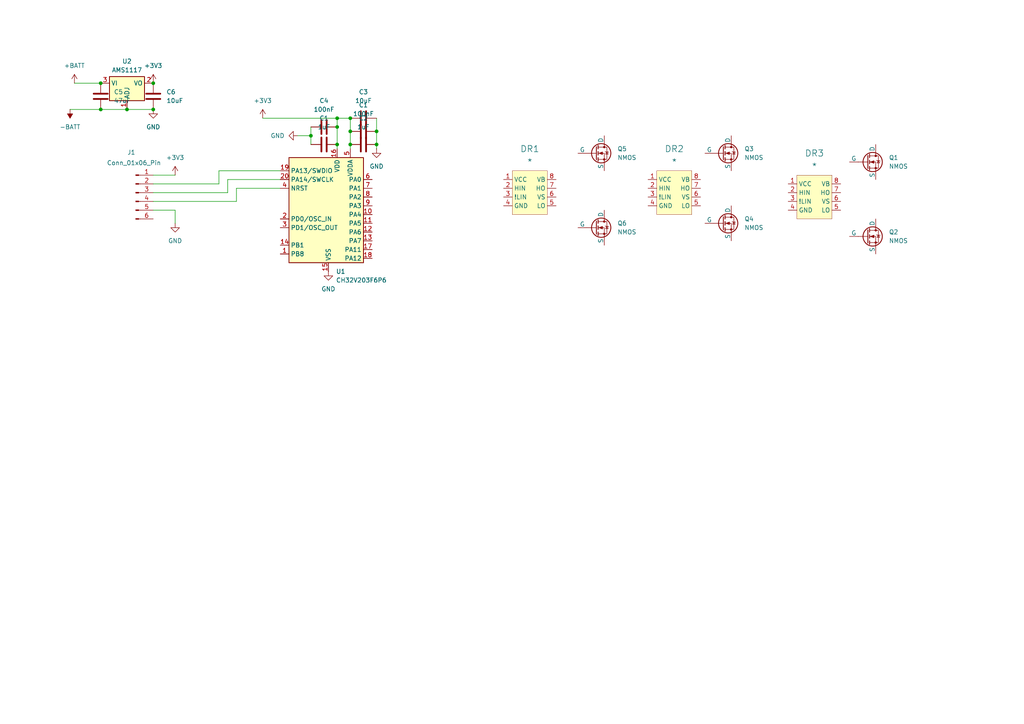
<source format=kicad_sch>
(kicad_sch (version 20231120) (generator "eeschema") (generator_version "8.0")
  (paper "A4")
  (lib_symbols
    (symbol "CH32V203F6P6:CH32V003FxPx"
      (property "Reference" "U1" (at 3.4641 -19.05 0))
      (property "Value" "CH32V203F6P6" (at 3.4641 -21.59 0))
      (symbol "CH32V003FxPx_1_1"
        (rectangle (start -10.16 13.97) (end 11.43 -16.51) (stroke (width 0.254)) (fill (type background)))
        (pin bidirectional line (at -12.7 -13.97 0) (length 2.54) (name "PB8") (number "1"))
        (pin bidirectional line (at 13.97 -2.54 180) (length 2.54) (name "PA4") (number "10"))
        (pin bidirectional line (at 13.97 -5.08 180) (length 2.54) (name "PA5") (number "11"))
        (pin bidirectional line (at 13.97 -7.62 180) (length 2.54) (name "PA6") (number "12"))
        (pin bidirectional line (at 13.97 -10.16 180) (length 2.54) (name "PA7") (number "13"))
        (pin bidirectional line (at -12.7 -11.43 0) (length 2.54) (name "PB1") (number "14"))
        (pin bidirectional line (at 1.27 -19.05 90) (length 2.54) (name "VSS") (number "15"))
        (pin bidirectional line (at 3.81 16.51 270) (length 2.54) (name "VDD") (number "16"))
        (pin bidirectional line (at 13.97 -12.7 180) (length 2.54) (name "PA11") (number "17"))
        (pin bidirectional line (at 13.97 -15.24 180) (length 2.54) (name "PA12") (number "18"))
        (pin bidirectional line (at -12.7 10.16 0) (length 2.54) (name "PA13/SWDIO") (number "19"))
        (pin bidirectional line (at -12.7 -3.81 0) (length 2.54) (name "PD0/OSC_IN") (number "2"))
        (pin bidirectional line (at -12.7 7.62 0) (length 2.54) (name "PA14/SWCLK") (number "20"))
        (pin bidirectional line (at -12.7 -6.35 0) (length 2.54) (name "PD1/OSC_OUT") (number "3"))
        (pin bidirectional line (at -12.7 5.08 0) (length 2.54) (name "NRST") (number "4"))
        (pin bidirectional line (at 7.62 16.51 270) (length 2.54) (name "VDDA") (number "5"))
        (pin bidirectional line (at 13.97 7.62 180) (length 2.54) (name "PA0") (number "6"))
        (pin power_in line (at 13.97 5.08 180) (length 2.54) (name "PA1") (number "7"))
        (pin bidirectional line (at 13.97 2.54 180) (length 2.54) (name "PA2") (number "8"))
        (pin power_in line (at 13.97 0 180) (length 2.54) (name "PA3") (number "9"))
      )
    )
    (symbol "Connector:Conn_01x06_Pin" (pin_names (offset 1.016) hide)
      (property "Reference" "J" (at 0 7.62 0))
      (property "Value" "Conn_01x06_Pin" (at 0 -10.16 0))
      (symbol "Conn_01x06_Pin_1_1"
        (polyline (pts (xy 1.27 -7.62) (xy 0.8636 -7.62)) (stroke (width 0.1524)))
        (polyline (pts (xy 1.27 -5.08) (xy 0.8636 -5.08)) (stroke (width 0.1524)))
        (polyline (pts (xy 1.27 -2.54) (xy 0.8636 -2.54)) (stroke (width 0.1524)))
        (polyline (pts (xy 1.27 0) (xy 0.8636 0)) (stroke (width 0.1524)))
        (polyline (pts (xy 1.27 2.54) (xy 0.8636 2.54)) (stroke (width 0.1524)))
        (polyline (pts (xy 1.27 5.08) (xy 0.8636 5.08)) (stroke (width 0.1524)))
        (rectangle (start 0.8636 -7.493) (end 0 -7.747) (stroke (width 0.1524)) (fill (type outline)))
        (rectangle (start 0.8636 -4.953) (end 0 -5.207) (stroke (width 0.1524)) (fill (type outline)))
        (rectangle (start 0.8636 -2.413) (end 0 -2.667) (stroke (width 0.1524)) (fill (type outline)))
        (rectangle (start 0.8636 0.127) (end 0 -0.127) (stroke (width 0.1524)) (fill (type outline)))
        (rectangle (start 0.8636 2.667) (end 0 2.413) (stroke (width 0.1524)) (fill (type outline)))
        (rectangle (start 0.8636 5.207) (end 0 4.953) (stroke (width 0.1524)) (fill (type outline)))
        (pin passive line (at 5.08 5.08 180) (length 3.81) (name "Pin_1") (number "1"))
        (pin passive line (at 5.08 2.54 180) (length 3.81) (name "Pin_2") (number "2"))
        (pin passive line (at 5.08 0 180) (length 3.81) (name "Pin_3") (number "3"))
        (pin passive line (at 5.08 -2.54 180) (length 3.81) (name "Pin_4") (number "4"))
        (pin passive line (at 5.08 -5.08 180) (length 3.81) (name "Pin_5") (number "5"))
        (pin passive line (at 5.08 -7.62 180) (length 3.81) (name "Pin_6") (number "6"))
      )
    )
    (symbol "Device:C" (pin_numbers hide) (pin_names (offset 0.254))
      (property "Reference" "C" (at 0.635 2.54 0))
      (property "Value" "C" (at 0.635 -2.54 0))
      (symbol "C_0_1"
        (polyline (pts (xy -2.032 -0.762) (xy 2.032 -0.762)) (stroke (width 0.508)))
        (polyline (pts (xy -2.032 0.762) (xy 2.032 0.762)) (stroke (width 0.508)))
      )
      (symbol "C_1_1"
        (pin passive line (at 0 3.81 270) (length 2.794) (name "~") (number "1"))
        (pin passive line (at 0 -3.81 90) (length 2.794) (name "~") (number "2"))
      )
    )
    (symbol "GR3115_1"
      (property "Reference" "DR1" (at 0 11.43 0))
      (property "Value" "*" (at 0 7.62 0))
      (symbol "GR3115_1_1_0"
        (rectangle (start 5.08 5.08) (end -5.08 -7.62) (stroke (width 0.0254) (color 128 0 0 1)) (fill (type background)))
        (pin passive line (at -7.62 2.54 0) (length 2.54) (name "VCC") (number "1"))
        (pin passive line (at -7.62 0 0) (length 2.54) (name "HIN") (number "2"))
        (pin passive line (at -7.62 -2.54 0) (length 2.54) (name "!LIN") (number "3"))
        (pin passive line (at -7.62 -5.08 0) (length 2.54) (name "GND") (number "4"))
        (pin passive line (at 7.62 -5.08 180) (length 2.54) (name "LO") (number "5"))
        (pin passive line (at 7.62 -2.54 180) (length 2.54) (name "VS") (number "6"))
        (pin passive line (at 7.62 0 180) (length 2.54) (name "HO") (number "7"))
        (pin passive line (at 7.62 2.54 180) (length 2.54) (name "VB") (number "8"))
      )
    )
    (symbol "Regulator_Linear:AMS1117"
      (property "Reference" "U" (at -3.81 3.175 0))
      (property "Value" "AMS1117" (at 0 3.175 0))
      (symbol "AMS1117_0_1"
        (rectangle (start -5.08 -5.08) (end 5.08 1.905) (stroke (width 0.254)) (fill (type background)))
      )
      (symbol "AMS1117_1_1"
        (pin input line (at 0 -7.62 90) (length 2.54) (name "ADJ") (number "1"))
        (pin power_out line (at 7.62 0 180) (length 2.54) (name "VO") (number "2"))
        (pin power_in line (at -7.62 0 0) (length 2.54) (name "VI") (number "3"))
      )
    )
    (symbol "Simulation_SPICE:NMOS" (pin_numbers hide) (pin_names (offset 0))
      (property "Reference" "Q" (at 5.08 1.27 0))
      (property "Value" "NMOS" (at 5.08 -1.27 0))
      (symbol "NMOS_0_1"
        (polyline (pts (xy 0.254 0) (xy -2.54 0)))
        (polyline (pts (xy 0.254 1.905) (xy 0.254 -1.905)) (stroke (width 0.254)))
        (polyline (pts (xy 0.762 -1.27) (xy 0.762 -2.286)) (stroke (width 0.254)))
        (polyline (pts (xy 0.762 0.508) (xy 0.762 -0.508)) (stroke (width 0.254)))
        (polyline (pts (xy 0.762 2.286) (xy 0.762 1.27)) (stroke (width 0.254)))
        (polyline (pts (xy 2.54 2.54) (xy 2.54 1.778)))
        (polyline (pts (xy 2.54 -2.54) (xy 2.54 0) (xy 0.762 0)))
        (polyline (pts (xy 0.762 -1.778) (xy 3.302 -1.778) (xy 3.302 1.778) (xy 0.762 1.778)))
        (polyline (pts (xy 1.016 0) (xy 2.032 0.381) (xy 2.032 -0.381) (xy 1.016 0)) (fill (type outline)))
        (polyline (pts (xy 2.794 0.508) (xy 2.921 0.381) (xy 3.683 0.381) (xy 3.81 0.254)))
        (polyline (pts (xy 3.302 0.381) (xy 2.921 -0.254) (xy 3.683 -0.254) (xy 3.302 0.381)))
        (circle (center 1.651 0) (radius 2.794) (stroke (width 0.254)))
        (circle (center 2.54 -1.778) (radius 0.254) (fill (type outline)))
        (circle (center 2.54 1.778) (radius 0.254) (fill (type outline)))
      )
      (symbol "NMOS_1_1"
        (pin passive line (at 2.54 5.08 270) (length 2.54) (name "D") (number "1"))
        (pin input line (at -5.08 0 0) (length 2.54) (name "G") (number "2"))
        (pin passive line (at 2.54 -5.08 90) (length 2.54) (name "S") (number "3"))
      )
    )
    (symbol "power:+3V3" (power) (pin_numbers hide) (pin_names (offset 0) hide)
      (property "Value" "+3V3" (at 0 3.556 0))
      (symbol "+3V3_0_1"
        (polyline (pts (xy -0.762 1.27) (xy 0 2.54)))
        (polyline (pts (xy 0 0) (xy 0 2.54)))
        (polyline (pts (xy 0 2.54) (xy 0.762 1.27)))
      )
      (symbol "+3V3_1_1"
        (pin power_in line (at 0 0 90) (length 0) (name "~") (number "1"))
      )
    )
    (symbol "power:+BATT" (power) (pin_numbers hide) (pin_names (offset 0) hide)
      (property "Value" "+BATT" (at 0 3.556 0))
      (symbol "+BATT_0_1"
        (polyline (pts (xy -0.762 1.27) (xy 0 2.54)))
        (polyline (pts (xy 0 0) (xy 0 2.54)))
        (polyline (pts (xy 0 2.54) (xy 0.762 1.27)))
      )
      (symbol "+BATT_1_1"
        (pin power_in line (at 0 0 90) (length 0) (name "~") (number "1"))
      )
    )
    (symbol "power:-BATT" (power) (pin_numbers hide) (pin_names (offset 0) hide)
      (property "Value" "-BATT" (at 0 3.556 0))
      (symbol "-BATT_0_1"
        (polyline (pts (xy 0 0) (xy 0 2.54)))
        (polyline (pts (xy 0.762 1.27) (xy -0.762 1.27) (xy 0 2.54) (xy 0.762 1.27)) (fill (type outline)))
      )
      (symbol "-BATT_1_1"
        (pin power_in line (at 0 0 90) (length 0) (name "~") (number "1"))
      )
    )
    (symbol "power:GND" (power) (pin_numbers hide) (pin_names (offset 0) hide)
      (property "Value" "GND" (at 0 -3.81 0))
      (symbol "GND_0_1"
        (polyline (pts (xy 0 0) (xy 0 -1.27) (xy 1.27 -1.27) (xy 0 -2.54) (xy -1.27 -1.27) (xy 0 -1.27)))
      )
      (symbol "GND_1_1"
        (pin power_in line (at 0 0 270) (length 0) (name "~") (number "1"))
      )
    )
  )
  (junction (at 36.83 31.75))
  (junction (at 101.6 34.29))
  (junction (at 97.79 36.83))
  (junction (at 101.6 41.91))
  (junction (at 44.45 31.75))
  (junction (at 97.79 34.29))
  (junction (at 109.22 38.1))
  (junction (at 101.6 38.1))
  (junction (at 29.21 31.75))
  (junction (at 97.79 41.91))
  (junction (at 44.45 24.13))
  (junction (at 90.17 39.37))
  (junction (at 29.21 24.13))
  (junction (at 109.22 41.91))
  (wire (pts (xy 44.45 50.8) (xy 50.8 50.8)))
  (wire (pts (xy 63.5 49.53) (xy 81.28 49.53)))
  (wire (pts (xy 44.45 53.34) (xy 63.5 53.34)))
  (wire (pts (xy 29.21 31.75) (xy 36.83 31.75)))
  (wire (pts (xy 109.22 38.1) (xy 109.22 41.91)))
  (wire (pts (xy 97.79 34.29) (xy 97.79 36.83)))
  (wire (pts (xy 20.32 31.75) (xy 29.21 31.75)))
  (wire (pts (xy 90.17 41.91) (xy 90.17 39.37)))
  (wire (pts (xy 101.6 38.1) (xy 101.6 41.91)))
  (wire (pts (xy 97.79 41.91) (xy 97.79 43.18)))
  (wire (pts (xy 109.22 43.18) (xy 109.22 41.91)))
  (wire (pts (xy 68.58 58.42) (xy 68.58 54.61)))
  (wire (pts (xy 44.45 58.42) (xy 68.58 58.42)))
  (wire (pts (xy 97.79 36.83) (xy 97.79 41.91)))
  (wire (pts (xy 97.79 34.29) (xy 101.6 34.29)))
  (wire (pts (xy 90.17 36.83) (xy 90.17 39.37)))
  (wire (pts (xy 21.59 24.13) (xy 29.21 24.13)))
  (wire (pts (xy 109.22 34.29) (xy 109.22 38.1)))
  (wire (pts (xy 50.8 64.77) (xy 50.8 60.96)))
  (wire (pts (xy 81.28 52.07) (xy 66.04 52.07)))
  (wire (pts (xy 101.6 41.91) (xy 101.6 43.18)))
  (wire (pts (xy 36.83 31.75) (xy 44.45 31.75)))
  (wire (pts (xy 66.04 55.88) (xy 44.45 55.88)))
  (wire (pts (xy 68.58 54.61) (xy 81.28 54.61)))
  (wire (pts (xy 66.04 52.07) (xy 66.04 55.88)))
  (wire (pts (xy 76.2 34.29) (xy 97.79 34.29)))
  (wire (pts (xy 90.17 39.37) (xy 86.36 39.37)))
  (wire (pts (xy 101.6 34.29) (xy 101.6 38.1)))
  (wire (pts (xy 63.5 53.34) (xy 63.5 49.53)))
  (wire (pts (xy 50.8 60.96) (xy 44.45 60.96)))
  (symbol (lib_id "Simulation_SPICE:NMOS") (at 209.55 44.45 0) (unit 1)
    (property "Reference" "Q3" (at 215.9 43.1799 0) (effects (justify left)))
    (property "Value" "NMOS" (at 215.9 45.7199 0) (effects (justify left)))
    (property "Datasheet" "https://ngspice.sourceforge.io/docs/ngspice-html-manual/manual.xhtml#cha_MOSFETs" (effects (hide yes)))
    (property "Description" "N-MOSFET transistor, drain/source/gate" (effects (hide yes)))
    (property "Sim.Device" "NMOS" (effects (hide yes)))
    (property "Sim.Type" "VDMOS" (effects (hide yes)))
    (property "Sim.Pins" "1=D 2=G 3=S" (effects (hide yes)))
  )
  (symbol (lib_id "power:-BATT") (at 20.32 31.75 180) (unit 1)
    (property "Reference" "#PWR08" (effects (hide yes)))
    (property "Value" "-BATT" (at 20.32 36.83 0))
    (property "Description" "Power symbol creates a global label with name \"-BATT\"" (effects (hide yes)))
  )
  (symbol (lib_id "Simulation_SPICE:NMOS") (at 209.55 64.77 0) (unit 1)
    (property "Reference" "Q4" (at 215.9 63.4999 0) (effects (justify left)))
    (property "Value" "NMOS" (at 215.9 66.0399 0) (effects (justify left)))
    (property "Datasheet" "https://ngspice.sourceforge.io/docs/ngspice-html-manual/manual.xhtml#cha_MOSFETs" (effects (hide yes)))
    (property "Description" "N-MOSFET transistor, drain/source/gate" (effects (hide yes)))
    (property "Sim.Device" "NMOS" (effects (hide yes)))
    (property "Sim.Type" "VDMOS" (effects (hide yes)))
    (property "Sim.Pins" "1=D 2=G 3=S" (effects (hide yes)))
  )
  (symbol (lib_id "Device:C") (at 93.98 41.91 270) (unit 1)
    (property "Reference" "C1" (at 93.98 34.29 90))
    (property "Value" "1uF" (at 93.98 36.83 90))
    (property "Footprint" "Capacitor_SMD:C_0603_1608Metric_Pad1.08x0.95mm_HandSolder" (effects (hide yes)))
    (property "Description" "Unpolarized capacitor" (effects (hide yes)))
  )
  (symbol (lib_id "Simulation_SPICE:NMOS") (at 172.72 66.04 0) (unit 1)
    (property "Reference" "Q6" (at 179.07 64.7699 0) (effects (justify left)))
    (property "Value" "NMOS" (at 179.07 67.3099 0) (effects (justify left)))
    (property "Datasheet" "https://ngspice.sourceforge.io/docs/ngspice-html-manual/manual.xhtml#cha_MOSFETs" (effects (hide yes)))
    (property "Description" "N-MOSFET transistor, drain/source/gate" (effects (hide yes)))
    (property "Sim.Device" "NMOS" (effects (hide yes)))
    (property "Sim.Type" "VDMOS" (effects (hide yes)))
    (property "Sim.Pins" "1=D 2=G 3=S" (effects (hide yes)))
  )
  (symbol (lib_id "Device:C") (at 93.98 36.83 270) (unit 1)
    (property "Reference" "C4" (at 93.98 29.21 90))
    (property "Value" "100nF" (at 93.98 31.75 90))
    (property "Footprint" "Capacitor_SMD:C_0603_1608Metric_Pad1.08x0.95mm_HandSolder" (effects (hide yes)))
    (property "Description" "Unpolarized capacitor" (effects (hide yes)))
  )
  (symbol (lib_id "power:GND") (at 95.25 78.74 0) (unit 1)
    (property "Reference" "#PWR01" (effects (hide yes)))
    (property "Value" "GND" (at 95.25 83.82 0))
    (property "Description" "Power symbol creates a global label with name \"GND\" , ground" (effects (hide yes)))
  )
  (symbol (lib_name "GR3115_1") (lib_id "GR3115:GR3115") (at 195.58 54.61 0) (unit 1)
    (property "Reference" "DR2" (at 195.58 43.18 0) (effects (font (size 1.8288 1.8288))))
    (property "Value" "*" (at 195.58 46.99 0) (effects (font (size 1.8288 1.8288))))
  )
  (symbol (lib_id "power:+3V3") (at 76.2 34.29 0) (unit 1)
    (property "Reference" "#PWR04" (effects (hide yes)))
    (property "Value" "+3V3" (at 76.2 29.21 0))
    (property "Description" "Power symbol creates a global label with name \"+3V3\"" (effects (hide yes)))
  )
  (symbol (lib_id "power:GND") (at 44.45 31.75 0) (unit 1)
    (property "Reference" "#PWR06" (effects (hide yes)))
    (property "Value" "GND" (at 44.45 36.83 0))
    (property "Description" "Power symbol creates a global label with name \"GND\" , ground" (effects (hide yes)))
  )
  (symbol (lib_id "Device:C") (at 105.41 34.29 270) (unit 1)
    (property "Reference" "C3" (at 105.41 26.67 90))
    (property "Value" "10uF" (at 105.41 29.21 90))
    (property "Footprint" "Capacitor_SMD:C_0603_1608Metric_Pad1.08x0.95mm_HandSolder" (effects (hide yes)))
    (property "Description" "Unpolarized capacitor" (effects (hide yes)))
  )
  (symbol (lib_id "CH32V203F6P6:CH32V003FxPx") (at 93.98 59.69 0) (unit 1)
    (property "Reference" "U1" (at 97.4441 78.74 0) (effects (justify left)))
    (property "Value" "CH32V203F6P6" (at 97.4441 81.28 0) (effects (justify left)))
    (property "Footprint" "Package_SO:TSSOP-20_4.4x6.5mm_P0.65mm" (effects (hide yes)))
  )
  (symbol (lib_id "Simulation_SPICE:NMOS") (at 251.46 68.58 0) (unit 1)
    (property "Reference" "Q2" (at 257.81 67.3099 0) (effects (justify left)))
    (property "Value" "NMOS" (at 257.81 69.8499 0) (effects (justify left)))
    (property "Datasheet" "https://ngspice.sourceforge.io/docs/ngspice-html-manual/manual.xhtml#cha_MOSFETs" (effects (hide yes)))
    (property "Description" "N-MOSFET transistor, drain/source/gate" (effects (hide yes)))
    (property "Sim.Device" "NMOS" (effects (hide yes)))
    (property "Sim.Type" "VDMOS" (effects (hide yes)))
    (property "Sim.Pins" "1=D 2=G 3=S" (effects (hide yes)))
  )
  (symbol (lib_id "Connector:Conn_01x06_Pin") (at 39.37 55.88 0) (unit 1)
    (property "Reference" "J1" (at 38.1 44.196 0))
    (property "Value" "Conn_01x06_Pin" (at 38.862 47.244 0))
    (property "Description" "Generic connector, single row, 01x06, script generated" (effects (hide yes)))
  )
  (symbol (lib_id "Device:C") (at 105.41 38.1 90) (unit 1)
    (property "Reference" "C1" (at 105.41 30.48 90))
    (property "Value" "100nF" (at 105.41 33.02 90))
    (property "Description" "Unpolarized capacitor" (effects (hide yes)))
  )
  (symbol (lib_id "power:+3V3") (at 50.8 50.8 0) (unit 1)
    (property "Reference" "#PWR09" (effects (hide yes)))
    (property "Value" "+3V3" (at 50.8 45.72 0))
    (property "Description" "Power symbol creates a global label with name \"+3V3\"" (effects (hide yes)))
  )
  (symbol (lib_name "GR3115_1") (lib_id "GR3115:GR3115") (at 153.67 54.61 0) (unit 1)
    (property "Reference" "DR1" (at 153.67 43.18 0) (effects (font (size 1.8288 1.8288))))
    (property "Value" "*" (at 153.67 46.99 0) (effects (font (size 1.8288 1.8288))))
  )
  (symbol (lib_id "Device:C") (at 44.45 27.94 180) (unit 1)
    (property "Reference" "C6" (at 48.26 26.6699 0) (effects (justify right)))
    (property "Value" "10uF" (at 48.26 29.2099 0) (effects (justify right)))
    (property "Footprint" "Capacitor_SMD:C_0603_1608Metric_Pad1.08x0.95mm_HandSolder" (effects (hide yes)))
    (property "Description" "Unpolarized capacitor" (effects (hide yes)))
  )
  (symbol (lib_id "power:GND") (at 86.36 39.37 270) (unit 1)
    (property "Reference" "#PWR03" (effects (hide yes)))
    (property "Value" "GND" (at 82.55 39.3699 90) (effects (justify right)))
    (property "Description" "Power symbol creates a global label with name \"GND\" , ground" (effects (hide yes)))
  )
  (symbol (lib_id "power:+BATT") (at 21.59 24.13 0) (unit 1)
    (property "Reference" "#PWR07" (effects (hide yes)))
    (property "Value" "+BATT" (at 21.59 19.05 0))
    (property "Description" "Power symbol creates a global label with name \"+BATT\"" (effects (hide yes)))
  )
  (symbol (lib_id "power:GND") (at 109.22 43.18 0) (unit 1)
    (property "Reference" "#PWR02" (effects (hide yes)))
    (property "Value" "GND" (at 109.22 48.26 0))
    (property "Description" "Power symbol creates a global label with name \"GND\" , ground" (effects (hide yes)))
  )
  (symbol (lib_id "power:+3V3") (at 44.45 24.13 0) (unit 1)
    (property "Reference" "#PWR05" (effects (hide yes)))
    (property "Value" "+3V3" (at 44.45 19.05 0))
    (property "Description" "Power symbol creates a global label with name \"+3V3\"" (effects (hide yes)))
  )
  (symbol (lib_name "GR3115_1") (lib_id "GR3115:GR3115") (at 236.22 55.88 0) (unit 1)
    (property "Reference" "DR3" (at 236.22 44.45 0) (effects (font (size 1.8288 1.8288))))
    (property "Value" "*" (at 236.22 48.26 0) (effects (font (size 1.8288 1.8288))))
  )
  (symbol (lib_id "Device:C") (at 105.41 41.91 90) (unit 1)
    (property "Reference" "C2" (at 105.41 34.29 90))
    (property "Value" "1uF" (at 105.41 36.83 90))
    (property "Description" "Unpolarized capacitor" (effects (hide yes)))
  )
  (symbol (lib_id "power:GND") (at 50.8 64.77 0) (unit 1)
    (property "Reference" "#PWR010" (effects (hide yes)))
    (property "Value" "GND" (at 50.8 69.85 0))
    (property "Description" "Power symbol creates a global label with name \"GND\" , ground" (effects (hide yes)))
  )
  (symbol (lib_id "Simulation_SPICE:NMOS") (at 251.46 46.99 0) (unit 1)
    (property "Reference" "Q1" (at 257.81 45.7199 0) (effects (justify left)))
    (property "Value" "NMOS" (at 257.81 48.2599 0) (effects (justify left)))
    (property "Datasheet" "https://ngspice.sourceforge.io/docs/ngspice-html-manual/manual.xhtml#cha_MOSFETs" (effects (hide yes)))
    (property "Description" "N-MOSFET transistor, drain/source/gate" (effects (hide yes)))
    (property "Sim.Device" "NMOS" (effects (hide yes)))
    (property "Sim.Type" "VDMOS" (effects (hide yes)))
    (property "Sim.Pins" "1=D 2=G 3=S" (effects (hide yes)))
  )
  (symbol (lib_id "Device:C") (at 29.21 27.94 180) (unit 1)
    (property "Reference" "C5" (at 33.02 26.6699 0) (effects (justify right)))
    (property "Value" "47uF" (at 33.02 29.2099 0) (effects (justify right)))
    (property "Footprint" "Capacitor_SMD:C_0805_2012Metric_Pad1.18x1.45mm_HandSolder" (effects (hide yes)))
    (property "Description" "Unpolarized capacitor" (effects (hide yes)))
  )
  (symbol (lib_id "Regulator_Linear:AMS1117") (at 36.83 24.13 0) (unit 1)
    (property "Reference" "U2" (at 36.83 17.78 0))
    (property "Value" "AMS1117" (at 36.83 20.32 0))
    (property "Footprint" "Package_TO_SOT_SMD:SOT-223-3_TabPin2" (effects (hide yes)))
    (property "Datasheet" "http://www.advanced-monolithic.com/pdf/ds1117.pdf" (effects (hide yes)))
    (property "Description" "1A Low Dropout regulator, positive, adjustable output, SOT-223" (effects (hide yes)))
  )
  (symbol (lib_id "Simulation_SPICE:NMOS") (at 172.72 44.45 0) (unit 1)
    (property "Reference" "Q5" (at 179.07 43.1799 0) (effects (justify left)))
    (property "Value" "NMOS" (at 179.07 45.7199 0) (effects (justify left)))
    (property "Datasheet" "https://ngspice.sourceforge.io/docs/ngspice-html-manual/manual.xhtml#cha_MOSFETs" (effects (hide yes)))
    (property "Description" "N-MOSFET transistor, drain/source/gate" (effects (hide yes)))
    (property "Sim.Device" "NMOS" (effects (hide yes)))
    (property "Sim.Type" "VDMOS" (effects (hide yes)))
    (property "Sim.Pins" "1=D 2=G 3=S" (effects (hide yes)))
  )
)
</source>
